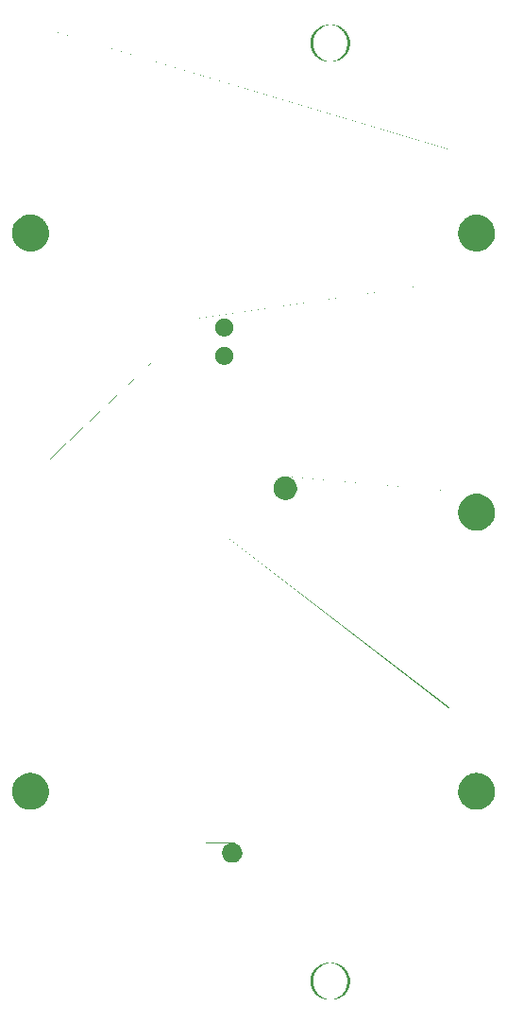
<source format=gbr>
From 0e25682ed73ead8da26ea8659492bd5bce3cfe64 Mon Sep 17 00:00:00 2001
From: jaseg <git@jaseg.net>
Date: Sat, 11 Apr 2020 15:45:32 +0200
Subject: Add gerber export

---
 gerber/remote-B_Mask.gbr | 2408 +++++++++++++++++++++++++++++++---------------
 1 file changed, 1609 insertions(+), 799 deletions(-)

(limited to 'gerber/remote-B_Mask.gbr')

diff --git a/gerber/remote-B_Mask.gbr b/gerber/remote-B_Mask.gbr
index f794410..970b06d 100644
--- a/gerber/remote-B_Mask.gbr
+++ b/gerber/remote-B_Mask.gbr
@@ -1,12 +1,12 @@
 G04 #@! TF.GenerationSoftware,KiCad,Pcbnew,(5.99.0-52-gefbc802f4)*
-G04 #@! TF.CreationDate,2019-10-28T15:02:13+01:00*
+G04 #@! TF.CreationDate,2019-11-04T16:58:43+01:00*
 G04 #@! TF.ProjectId,remote,72656d6f-7465-42e6-9b69-6361645f7063,rev?*
 G04 #@! TF.SameCoordinates,Original*
 G04 #@! TF.FileFunction,Soldermask,Bot*
 G04 #@! TF.FilePolarity,Negative*
 %FSLAX46Y46*%
 G04 Gerber Fmt 4.6, Leading zero omitted, Abs format (unit mm)*
-G04 Created by KiCad (PCBNEW (5.99.0-52-gefbc802f4)) date 2019-10-28 15:02:13*
+G04 Created by KiCad (PCBNEW (5.99.0-52-gefbc802f4)) date 2019-11-04 16:58:43*
 %MOMM*%
 %LPD*%
 G04 APERTURE LIST*
@@ -334,166 +334,166 @@ X155323730Y-159349000D01*
 X155323730Y-159349000D01*
 G37*
 G36*
-X182073730Y-159349000D02*
+X182323730Y-159349000D02*
 G01*
-X182129937Y-159349000D01*
-X182200874Y-159360235D01*
-X182267558Y-159366128D01*
-X182324072Y-159379748D01*
-X182386610Y-159389653D01*
-X182448179Y-159409658D01*
-X182506121Y-159423622D01*
-X182566809Y-159448203D01*
-X182633764Y-159469958D01*
-X182685106Y-159496118D01*
-X182733565Y-159515746D01*
-X182796309Y-159552779D01*
-X182865312Y-159587938D01*
-X182906161Y-159617616D01*
-X182944891Y-159640476D01*
-X183007232Y-159691049D01*
-X183075554Y-159740688D01*
-X183106207Y-159771341D01*
-X183135465Y-159795076D01*
-X183194718Y-159859852D01*
-X183259312Y-159924446D01*
-X183280574Y-159953711D01*
-X183301091Y-159976140D01*
-X183354400Y-160055323D01*
-X183412062Y-160134688D01*
-X183425230Y-160160531D01*
-X183438137Y-160179703D01*
-X183482562Y-160273052D01*
-X183530042Y-160366236D01*
-X183536784Y-160386987D01*
-X183543587Y-160401281D01*
-X183576245Y-160508436D01*
-X183610347Y-160613390D01*
-X183612634Y-160627830D01*
-X183615129Y-160636016D01*
-X183633244Y-160757955D01*
-X183651000Y-160870063D01*
-X183651000Y-161129937D01*
-X183642684Y-161182440D01*
-X183641885Y-161211983D01*
-X183624640Y-161296367D01*
-X183610347Y-161386610D01*
-X183599164Y-161421027D01*
-X183593080Y-161450799D01*
-X183560365Y-161540439D01*
-X183530042Y-161633764D01*
-X183516872Y-161659612D01*
-X183508950Y-161681318D01*
-X183459540Y-161772131D01*
-X183412062Y-161865312D01*
-X183399241Y-161882959D01*
-X183391672Y-161896870D01*
-X183324158Y-161986301D01*
-X183259312Y-162075554D01*
-X183248976Y-162085890D01*
-X183243819Y-162092721D01*
-X183155782Y-162179084D01*
-X183075554Y-162259312D01*
-X183069558Y-162263668D01*
-X183068640Y-162264569D01*
-X182893110Y-162391866D01*
-X182865312Y-162412062D01*
-X182764629Y-162463363D01*
-X182652223Y-162521753D01*
-X182645505Y-162524060D01*
-X182633764Y-162530042D01*
-X182527902Y-162564439D01*
-X182420133Y-162601441D01*
-X182405994Y-162604049D01*
-X182386610Y-162610347D01*
-X182282080Y-162626903D01*
-X182178808Y-162645950D01*
-X182157170Y-162646687D01*
-X182129937Y-162651000D01*
-X182030480Y-162651000D01*
-X181933553Y-162654300D01*
-X181904812Y-162651000D01*
-X181870063Y-162651000D01*
-X181778482Y-162636495D01*
-X181689768Y-162626309D01*
-X181654791Y-162616904D01*
-X181613390Y-162610347D01*
-X181531749Y-162583820D01*
-X181452788Y-162562589D01*
-X181412903Y-162545205D01*
-X181366236Y-162530042D01*
-X181295965Y-162494237D01*
-X181227832Y-162464541D01*
-X181184765Y-162437578D01*
-X181134688Y-162412062D01*
-X181076590Y-162369851D01*
-X181019843Y-162334323D01*
-X180975667Y-162296526D01*
-X180924446Y-162259312D01*
-X180878671Y-162213537D01*
-X180833382Y-162174788D01*
-X180790465Y-162125331D01*
-X180740688Y-162075554D01*
-X180706823Y-162028943D01*
-X180672556Y-161989454D01*
-X180633461Y-161927969D01*
-X180587938Y-161865312D01*
-X180565015Y-161820323D01*
-X180540884Y-161782372D01*
-X180508299Y-161709012D01*
-X180469958Y-161633764D01*
-X180456561Y-161592533D01*
-X180441269Y-161558105D01*
-X180417885Y-161473501D01*
-X180389653Y-161386610D01*
-X180383993Y-161350874D01*
-X180375897Y-161321582D01*
-X180364348Y-161226843D01*
-X180349000Y-161129937D01*
-X180349000Y-161100932D01*
-X180346203Y-161077987D01*
-X180349000Y-160974628D01*
-X180349000Y-160870063D01*
-X180352413Y-160848516D01*
-X180352841Y-160832689D01*
-X180372390Y-160722382D01*
-X180389653Y-160613390D01*
-X180394171Y-160599485D01*
-X180395664Y-160591061D01*
-X180434876Y-160474207D01*
-X180469958Y-160366236D01*
-X180473325Y-160359628D01*
-X180473732Y-160358415D01*
-X180571710Y-160166538D01*
-X180587938Y-160134688D01*
-X180654366Y-160043258D01*
-X180728002Y-159940214D01*
-X180732942Y-159935107D01*
-X180740688Y-159924446D01*
-X180819390Y-159845744D01*
-X180898621Y-159763841D01*
-X180910037Y-159755097D01*
-X180924446Y-159740688D01*
-X181010048Y-159678494D01*
-X181093440Y-159614621D01*
-X181112390Y-159604139D01*
-X181134688Y-159587938D01*
-X181223279Y-159542798D01*
-X181308164Y-159495843D01*
-X181335275Y-159485734D01*
-X181366236Y-159469958D01*
-X181454418Y-159441306D01*
-X181538091Y-159410105D01*
-X181573527Y-159402605D01*
-X181613390Y-159389653D01*
-X181698177Y-159376224D01*
-X181778171Y-159359294D01*
-X181821600Y-159356676D01*
-X181870063Y-159349000D01*
-X181948917Y-159349000D01*
-X182023111Y-159344527D01*
-X182073730Y-159349000D01*
-X182073730Y-159349000D01*
+X182379937Y-159349000D01*
+X182450874Y-159360235D01*
+X182517558Y-159366128D01*
+X182574072Y-159379748D01*
+X182636610Y-159389653D01*
+X182698179Y-159409658D01*
+X182756121Y-159423622D01*
+X182816809Y-159448203D01*
+X182883764Y-159469958D01*
+X182935106Y-159496118D01*
+X182983565Y-159515746D01*
+X183046309Y-159552779D01*
+X183115312Y-159587938D01*
+X183156161Y-159617616D01*
+X183194891Y-159640476D01*
+X183257232Y-159691049D01*
+X183325554Y-159740688D01*
+X183356207Y-159771341D01*
+X183385465Y-159795076D01*
+X183444718Y-159859852D01*
+X183509312Y-159924446D01*
+X183530574Y-159953711D01*
+X183551091Y-159976140D01*
+X183604400Y-160055323D01*
+X183662062Y-160134688D01*
+X183675230Y-160160531D01*
+X183688137Y-160179703D01*
+X183732562Y-160273052D01*
+X183780042Y-160366236D01*
+X183786784Y-160386987D01*
+X183793587Y-160401281D01*
+X183826245Y-160508436D01*
+X183860347Y-160613390D01*
+X183862634Y-160627830D01*
+X183865129Y-160636016D01*
+X183883244Y-160757955D01*
+X183901000Y-160870063D01*
+X183901000Y-161129937D01*
+X183892684Y-161182440D01*
+X183891885Y-161211983D01*
+X183874640Y-161296367D01*
+X183860347Y-161386610D01*
+X183849164Y-161421027D01*
+X183843080Y-161450799D01*
+X183810365Y-161540439D01*
+X183780042Y-161633764D01*
+X183766872Y-161659612D01*
+X183758950Y-161681318D01*
+X183709540Y-161772131D01*
+X183662062Y-161865312D01*
+X183649241Y-161882959D01*
+X183641672Y-161896870D01*
+X183574158Y-161986301D01*
+X183509312Y-162075554D01*
+X183498976Y-162085890D01*
+X183493819Y-162092721D01*
+X183405782Y-162179084D01*
+X183325554Y-162259312D01*
+X183319558Y-162263668D01*
+X183318640Y-162264569D01*
+X183143110Y-162391866D01*
+X183115312Y-162412062D01*
+X183014629Y-162463363D01*
+X182902223Y-162521753D01*
+X182895505Y-162524060D01*
+X182883764Y-162530042D01*
+X182777902Y-162564439D01*
+X182670133Y-162601441D01*
+X182655994Y-162604049D01*
+X182636610Y-162610347D01*
+X182532080Y-162626903D01*
+X182428808Y-162645950D01*
+X182407170Y-162646687D01*
+X182379937Y-162651000D01*
+X182280480Y-162651000D01*
+X182183553Y-162654300D01*
+X182154812Y-162651000D01*
+X182120063Y-162651000D01*
+X182028482Y-162636495D01*
+X181939768Y-162626309D01*
+X181904791Y-162616904D01*
+X181863390Y-162610347D01*
+X181781749Y-162583820D01*
+X181702788Y-162562589D01*
+X181662903Y-162545205D01*
+X181616236Y-162530042D01*
+X181545965Y-162494237D01*
+X181477832Y-162464541D01*
+X181434765Y-162437578D01*
+X181384688Y-162412062D01*
+X181326590Y-162369851D01*
+X181269843Y-162334323D01*
+X181225667Y-162296526D01*
+X181174446Y-162259312D01*
+X181128671Y-162213537D01*
+X181083382Y-162174788D01*
+X181040465Y-162125331D01*
+X180990688Y-162075554D01*
+X180956823Y-162028943D01*
+X180922556Y-161989454D01*
+X180883461Y-161927969D01*
+X180837938Y-161865312D01*
+X180815015Y-161820323D01*
+X180790884Y-161782372D01*
+X180758299Y-161709012D01*
+X180719958Y-161633764D01*
+X180706561Y-161592533D01*
+X180691269Y-161558105D01*
+X180667885Y-161473501D01*
+X180639653Y-161386610D01*
+X180633993Y-161350874D01*
+X180625897Y-161321582D01*
+X180614348Y-161226843D01*
+X180599000Y-161129937D01*
+X180599000Y-161100932D01*
+X180596203Y-161077987D01*
+X180599000Y-160974628D01*
+X180599000Y-160870063D01*
+X180602413Y-160848516D01*
+X180602841Y-160832689D01*
+X180622390Y-160722382D01*
+X180639653Y-160613390D01*
+X180644171Y-160599485D01*
+X180645664Y-160591061D01*
+X180684876Y-160474207D01*
+X180719958Y-160366236D01*
+X180723325Y-160359628D01*
+X180723732Y-160358415D01*
+X180821710Y-160166538D01*
+X180837938Y-160134688D01*
+X180904366Y-160043258D01*
+X180978002Y-159940214D01*
+X180982942Y-159935107D01*
+X180990688Y-159924446D01*
+X181069390Y-159845744D01*
+X181148621Y-159763841D01*
+X181160037Y-159755097D01*
+X181174446Y-159740688D01*
+X181260048Y-159678494D01*
+X181343440Y-159614621D01*
+X181362390Y-159604139D01*
+X181384688Y-159587938D01*
+X181473279Y-159542798D01*
+X181558164Y-159495843D01*
+X181585275Y-159485734D01*
+X181616236Y-159469958D01*
+X181704418Y-159441306D01*
+X181788091Y-159410105D01*
+X181823527Y-159402605D01*
+X181863390Y-159389653D01*
+X181948177Y-159376224D01*
+X182028171Y-159359294D01*
+X182071600Y-159356676D01*
+X182120063Y-159349000D01*
+X182198917Y-159349000D01*
+X182273111Y-159344527D01*
+X182323730Y-159349000D01*
+X182323730Y-159349000D01*
 G37*
 G36*
 X190819899Y-159151959D02*
@@ -1062,127 +1062,6 @@ X169119899Y-148601959D01*
 X169119899Y-148601959D01*
 G37*
 G36*
-X173518360Y-148613835D02*
-G01*
-X173599397Y-148640166D01*
-X173686663Y-148667848D01*
-X173689655Y-148669493D01*
-X173698488Y-148672363D01*
-X173770466Y-148713919D01*
-X173841499Y-148752970D01*
-X173848986Y-148759253D01*
-X173862511Y-148767061D01*
-X173920259Y-148819057D01*
-X173976857Y-148866549D01*
-X173986962Y-148879118D01*
-X174003261Y-148893793D01*
-X174045454Y-148951867D01*
-X174087579Y-149004260D01*
-X174097994Y-149024182D01*
-X174114586Y-149047019D01*
-X174141297Y-149107012D01*
-X174169439Y-149160843D01*
-X174177582Y-149188510D01*
-X174191621Y-149220042D01*
-X174203992Y-149278241D01*
-X174219328Y-149330349D01*
-X174222518Y-149365401D01*
-X174230999Y-149405301D01*
-X174230999Y-149458592D01*
-X174235343Y-149506324D01*
-X174230999Y-149547653D01*
-X174230999Y-149594699D01*
-X174221217Y-149640721D01*
-X174216873Y-149682047D01*
-X174202702Y-149727827D01*
-X174191621Y-149779958D01*
-X174175028Y-149817226D01*
-X174164622Y-149850843D01*
-X174138789Y-149898620D01*
-X174114586Y-149952981D01*
-X174094298Y-149980905D01*
-X174080580Y-150006276D01*
-X174041859Y-150053082D01*
-X174003261Y-150106207D01*
-X173982284Y-150125095D01*
-X173967952Y-150142419D01*
-X173915845Y-150184917D01*
-X173862511Y-150232939D01*
-X173843524Y-150243901D01*
-X173831025Y-150254095D01*
-X173765780Y-150288786D01*
-X173698488Y-150327637D01*
-X173683636Y-150332463D01*
-X173675003Y-150337053D01*
-X173597430Y-150360473D01*
-X173518360Y-150386165D01*
-X173509114Y-150387137D01*
-X173505851Y-150388122D01*
-X173414710Y-150397059D01*
-X173377211Y-150401000D01*
-X173282789Y-150401000D01*
-X173141640Y-150386165D01*
-X173060603Y-150359834D01*
-X172973337Y-150332152D01*
-X172970345Y-150330507D01*
-X172961512Y-150327637D01*
-X172889534Y-150286081D01*
-X172818501Y-150247030D01*
-X172811014Y-150240747D01*
-X172797489Y-150232939D01*
-X172739741Y-150180943D01*
-X172683143Y-150133451D01*
-X172673038Y-150120882D01*
-X172656739Y-150106207D01*
-X172614546Y-150048133D01*
-X172572421Y-149995740D01*
-X172562006Y-149975818D01*
-X172545414Y-149952981D01*
-X172518703Y-149892988D01*
-X172490561Y-149839157D01*
-X172482418Y-149811490D01*
-X172468379Y-149779958D01*
-X172456008Y-149721759D01*
-X172440672Y-149669651D01*
-X172437482Y-149634599D01*
-X172429001Y-149594699D01*
-X172429001Y-149541408D01*
-X172424657Y-149493676D01*
-X172429001Y-149452347D01*
-X172429001Y-149405301D01*
-X172438783Y-149359279D01*
-X172443127Y-149317953D01*
-X172457298Y-149272173D01*
-X172468379Y-149220042D01*
-X172484972Y-149182774D01*
-X172495378Y-149149157D01*
-X172521211Y-149101380D01*
-X172545414Y-149047019D01*
-X172565702Y-149019095D01*
-X172579420Y-148993724D01*
-X172618141Y-148946918D01*
-X172656739Y-148893793D01*
-X172677716Y-148874905D01*
-X172692048Y-148857581D01*
-X172744155Y-148815083D01*
-X172797489Y-148767061D01*
-X172816476Y-148756099D01*
-X172828975Y-148745905D01*
-X172894220Y-148711214D01*
-X172961512Y-148672363D01*
-X172976364Y-148667537D01*
-X172984997Y-148662947D01*
-X173062570Y-148639527D01*
-X173141640Y-148613835D01*
-X173150886Y-148612863D01*
-X173154149Y-148611878D01*
-X173245290Y-148602941D01*
-X173282789Y-148599000D01*
-X173377211Y-148599000D01*
-X173518360Y-148613835D01*
-X173518360Y-148613835D01*
-G37*
-G36*
 X170978360Y-148613835D02*
 G01*
 X171059397Y-148640166D01*
@@ -1425,6 +1304,451 @@ X176058360Y-148613835D01*
 X176058360Y-148613835D01*
 G37*
 G36*
+X173518360Y-148613835D02*
+G01*
+X173599397Y-148640166D01*
+X173686663Y-148667848D01*
+X173689655Y-148669493D01*
+X173698488Y-148672363D01*
+X173770466Y-148713919D01*
+X173841499Y-148752970D01*
+X173848986Y-148759253D01*
+X173862511Y-148767061D01*
+X173920259Y-148819057D01*
+X173976857Y-148866549D01*
+X173986962Y-148879118D01*
+X174003261Y-148893793D01*
+X174045454Y-148951867D01*
+X174087579Y-149004260D01*
+X174097994Y-149024182D01*
+X174114586Y-149047019D01*
+X174141297Y-149107012D01*
+X174169439Y-149160843D01*
+X174177582Y-149188510D01*
+X174191621Y-149220042D01*
+X174203992Y-149278241D01*
+X174219328Y-149330349D01*
+X174222518Y-149365401D01*
+X174230999Y-149405301D01*
+X174230999Y-149458592D01*
+X174235343Y-149506324D01*
+X174230999Y-149547653D01*
+X174230999Y-149594699D01*
+X174221217Y-149640721D01*
+X174216873Y-149682047D01*
+X174202702Y-149727827D01*
+X174191621Y-149779958D01*
+X174175028Y-149817226D01*
+X174164622Y-149850843D01*
+X174138789Y-149898620D01*
+X174114586Y-149952981D01*
+X174094298Y-149980905D01*
+X174080580Y-150006276D01*
+X174041859Y-150053082D01*
+X174003261Y-150106207D01*
+X173982284Y-150125095D01*
+X173967952Y-150142419D01*
+X173915845Y-150184917D01*
+X173862511Y-150232939D01*
+X173843524Y-150243901D01*
+X173831025Y-150254095D01*
+X173765780Y-150288786D01*
+X173698488Y-150327637D01*
+X173683636Y-150332463D01*
+X173675003Y-150337053D01*
+X173597430Y-150360473D01*
+X173518360Y-150386165D01*
+X173509114Y-150387137D01*
+X173505851Y-150388122D01*
+X173414710Y-150397059D01*
+X173377211Y-150401000D01*
+X173282789Y-150401000D01*
+X173141640Y-150386165D01*
+X173060603Y-150359834D01*
+X172973337Y-150332152D01*
+X172970345Y-150330507D01*
+X172961512Y-150327637D01*
+X172889534Y-150286081D01*
+X172818501Y-150247030D01*
+X172811014Y-150240747D01*
+X172797489Y-150232939D01*
+X172739741Y-150180943D01*
+X172683143Y-150133451D01*
+X172673038Y-150120882D01*
+X172656739Y-150106207D01*
+X172614546Y-150048133D01*
+X172572421Y-149995740D01*
+X172562006Y-149975818D01*
+X172545414Y-149952981D01*
+X172518703Y-149892988D01*
+X172490561Y-149839157D01*
+X172482418Y-149811490D01*
+X172468379Y-149779958D01*
+X172456008Y-149721759D01*
+X172440672Y-149669651D01*
+X172437482Y-149634599D01*
+X172429001Y-149594699D01*
+X172429001Y-149541408D01*
+X172424657Y-149493676D01*
+X172429001Y-149452347D01*
+X172429001Y-149405301D01*
+X172438783Y-149359279D01*
+X172443127Y-149317953D01*
+X172457298Y-149272173D01*
+X172468379Y-149220042D01*
+X172484972Y-149182774D01*
+X172495378Y-149149157D01*
+X172521211Y-149101380D01*
+X172545414Y-149047019D01*
+X172565702Y-149019095D01*
+X172579420Y-148993724D01*
+X172618141Y-148946918D01*
+X172656739Y-148893793D01*
+X172677716Y-148874905D01*
+X172692048Y-148857581D01*
+X172744155Y-148815083D01*
+X172797489Y-148767061D01*
+X172816476Y-148756099D01*
+X172828975Y-148745905D01*
+X172894220Y-148711214D01*
+X172961512Y-148672363D01*
+X172976364Y-148667537D01*
+X172984997Y-148662947D01*
+X173062570Y-148639527D01*
+X173141640Y-148613835D01*
+X173150886Y-148612863D01*
+X173154149Y-148611878D01*
+X173245290Y-148602941D01*
+X173282789Y-148599000D01*
+X173377211Y-148599000D01*
+X173518360Y-148613835D01*
+X173518360Y-148613835D01*
+G37*
+G36*
+X195323730Y-142349000D02*
+G01*
+X195379937Y-142349000D01*
+X195450874Y-142360235D01*
+X195517558Y-142366128D01*
+X195574072Y-142379748D01*
+X195636610Y-142389653D01*
+X195698179Y-142409658D01*
+X195756121Y-142423622D01*
+X195816809Y-142448203D01*
+X195883764Y-142469958D01*
+X195935106Y-142496118D01*
+X195983565Y-142515746D01*
+X196046309Y-142552779D01*
+X196115312Y-142587938D01*
+X196156161Y-142617616D01*
+X196194891Y-142640476D01*
+X196257232Y-142691049D01*
+X196325554Y-142740688D01*
+X196356207Y-142771341D01*
+X196385465Y-142795076D01*
+X196444718Y-142859852D01*
+X196509312Y-142924446D01*
+X196530574Y-142953711D01*
+X196551091Y-142976140D01*
+X196604400Y-143055323D01*
+X196662062Y-143134688D01*
+X196675230Y-143160531D01*
+X196688137Y-143179703D01*
+X196732562Y-143273052D01*
+X196780042Y-143366236D01*
+X196786784Y-143386987D01*
+X196793587Y-143401281D01*
+X196826245Y-143508436D01*
+X196860347Y-143613390D01*
+X196862634Y-143627830D01*
+X196865129Y-143636016D01*
+X196883244Y-143757955D01*
+X196901000Y-143870063D01*
+X196901000Y-144129937D01*
+X196892684Y-144182440D01*
+X196891885Y-144211983D01*
+X196874640Y-144296367D01*
+X196860347Y-144386610D01*
+X196849164Y-144421027D01*
+X196843080Y-144450799D01*
+X196810365Y-144540439D01*
+X196780042Y-144633764D01*
+X196766872Y-144659612D01*
+X196758950Y-144681318D01*
+X196709540Y-144772131D01*
+X196662062Y-144865312D01*
+X196649241Y-144882959D01*
+X196641672Y-144896870D01*
+X196574158Y-144986301D01*
+X196509312Y-145075554D01*
+X196498976Y-145085890D01*
+X196493819Y-145092721D01*
+X196405782Y-145179084D01*
+X196325554Y-145259312D01*
+X196319558Y-145263668D01*
+X196318640Y-145264569D01*
+X196143110Y-145391866D01*
+X196115312Y-145412062D01*
+X196014629Y-145463363D01*
+X195902223Y-145521753D01*
+X195895505Y-145524060D01*
+X195883764Y-145530042D01*
+X195777902Y-145564439D01*
+X195670133Y-145601441D01*
+X195655994Y-145604049D01*
+X195636610Y-145610347D01*
+X195532080Y-145626903D01*
+X195428808Y-145645950D01*
+X195407170Y-145646687D01*
+X195379937Y-145651000D01*
+X195280480Y-145651000D01*
+X195183553Y-145654300D01*
+X195154812Y-145651000D01*
+X195120063Y-145651000D01*
+X195028482Y-145636495D01*
+X194939768Y-145626309D01*
+X194904791Y-145616904D01*
+X194863390Y-145610347D01*
+X194781749Y-145583820D01*
+X194702788Y-145562589D01*
+X194662903Y-145545205D01*
+X194616236Y-145530042D01*
+X194545965Y-145494237D01*
+X194477832Y-145464541D01*
+X194434765Y-145437578D01*
+X194384688Y-145412062D01*
+X194326590Y-145369851D01*
+X194269843Y-145334323D01*
+X194225667Y-145296526D01*
+X194174446Y-145259312D01*
+X194128671Y-145213537D01*
+X194083382Y-145174788D01*
+X194040465Y-145125331D01*
+X193990688Y-145075554D01*
+X193956823Y-145028943D01*
+X193922556Y-144989454D01*
+X193883461Y-144927969D01*
+X193837938Y-144865312D01*
+X193815015Y-144820323D01*
+X193790884Y-144782372D01*
+X193758299Y-144709012D01*
+X193719958Y-144633764D01*
+X193706561Y-144592533D01*
+X193691269Y-144558105D01*
+X193667885Y-144473501D01*
+X193639653Y-144386610D01*
+X193633993Y-144350874D01*
+X193625897Y-144321582D01*
+X193614348Y-144226843D01*
+X193599000Y-144129937D01*
+X193599000Y-144100932D01*
+X193596203Y-144077987D01*
+X193599000Y-143974628D01*
+X193599000Y-143870063D01*
+X193602413Y-143848516D01*
+X193602841Y-143832689D01*
+X193622390Y-143722382D01*
+X193639653Y-143613390D01*
+X193644171Y-143599485D01*
+X193645664Y-143591061D01*
+X193684876Y-143474207D01*
+X193719958Y-143366236D01*
+X193723325Y-143359628D01*
+X193723732Y-143358415D01*
+X193821710Y-143166538D01*
+X193837938Y-143134688D01*
+X193904366Y-143043258D01*
+X193978002Y-142940214D01*
+X193982942Y-142935107D01*
+X193990688Y-142924446D01*
+X194069390Y-142845744D01*
+X194148621Y-142763841D01*
+X194160037Y-142755097D01*
+X194174446Y-142740688D01*
+X194260048Y-142678494D01*
+X194343440Y-142614621D01*
+X194362390Y-142604139D01*
+X194384688Y-142587938D01*
+X194473279Y-142542798D01*
+X194558164Y-142495843D01*
+X194585275Y-142485734D01*
+X194616236Y-142469958D01*
+X194704418Y-142441306D01*
+X194788091Y-142410105D01*
+X194823527Y-142402605D01*
+X194863390Y-142389653D01*
+X194948177Y-142376224D01*
+X195028171Y-142359294D01*
+X195071600Y-142356676D01*
+X195120063Y-142349000D01*
+X195198917Y-142349000D01*
+X195273111Y-142344527D01*
+X195323730Y-142349000D01*
+X195323730Y-142349000D01*
+G37*
+G36*
+X155323730Y-142349000D02*
+G01*
+X155379937Y-142349000D01*
+X155450874Y-142360235D01*
+X155517558Y-142366128D01*
+X155574072Y-142379748D01*
+X155636610Y-142389653D01*
+X155698179Y-142409658D01*
+X155756121Y-142423622D01*
+X155816809Y-142448203D01*
+X155883764Y-142469958D01*
+X155935106Y-142496118D01*
+X155983565Y-142515746D01*
+X156046309Y-142552779D01*
+X156115312Y-142587938D01*
+X156156161Y-142617616D01*
+X156194891Y-142640476D01*
+X156257232Y-142691049D01*
+X156325554Y-142740688D01*
+X156356207Y-142771341D01*
+X156385465Y-142795076D01*
+X156444718Y-142859852D01*
+X156509312Y-142924446D01*
+X156530574Y-142953711D01*
+X156551091Y-142976140D01*
+X156604400Y-143055323D01*
+X156662062Y-143134688D01*
+X156675230Y-143160531D01*
+X156688137Y-143179703D01*
+X156732562Y-143273052D01*
+X156780042Y-143366236D01*
+X156786784Y-143386987D01*
+X156793587Y-143401281D01*
+X156826245Y-143508436D01*
+X156860347Y-143613390D01*
+X156862634Y-143627830D01*
+X156865129Y-143636016D01*
+X156883244Y-143757955D01*
+X156901000Y-143870063D01*
+X156901000Y-144129937D01*
+X156892684Y-144182440D01*
+X156891885Y-144211983D01*
+X156874640Y-144296367D01*
+X156860347Y-144386610D01*
+X156849164Y-144421027D01*
+X156843080Y-144450799D01*
+X156810365Y-144540439D01*
+X156780042Y-144633764D01*
+X156766872Y-144659612D01*
+X156758950Y-144681318D01*
+X156709540Y-144772131D01*
+X156662062Y-144865312D01*
+X156649241Y-144882959D01*
+X156641672Y-144896870D01*
+X156574158Y-144986301D01*
+X156509312Y-145075554D01*
+X156498976Y-145085890D01*
+X156493819Y-145092721D01*
+X156405782Y-145179084D01*
+X156325554Y-145259312D01*
+X156319558Y-145263668D01*
+X156318640Y-145264569D01*
+X156143110Y-145391866D01*
+X156115312Y-145412062D01*
+X156014629Y-145463363D01*
+X155902223Y-145521753D01*
+X155895505Y-145524060D01*
+X155883764Y-145530042D01*
+X155777902Y-145564439D01*
+X155670133Y-145601441D01*
+X155655994Y-145604049D01*
+X155636610Y-145610347D01*
+X155532080Y-145626903D01*
+X155428808Y-145645950D01*
+X155407170Y-145646687D01*
+X155379937Y-145651000D01*
+X155280480Y-145651000D01*
+X155183553Y-145654300D01*
+X155154812Y-145651000D01*
+X155120063Y-145651000D01*
+X155028482Y-145636495D01*
+X154939768Y-145626309D01*
+X154904791Y-145616904D01*
+X154863390Y-145610347D01*
+X154781749Y-145583820D01*
+X154702788Y-145562589D01*
+X154662903Y-145545205D01*
+X154616236Y-145530042D01*
+X154545965Y-145494237D01*
+X154477832Y-145464541D01*
+X154434765Y-145437578D01*
+X154384688Y-145412062D01*
+X154326590Y-145369851D01*
+X154269843Y-145334323D01*
+X154225667Y-145296526D01*
+X154174446Y-145259312D01*
+X154128671Y-145213537D01*
+X154083382Y-145174788D01*
+X154040465Y-145125331D01*
+X153990688Y-145075554D01*
+X153956823Y-145028943D01*
+X153922556Y-144989454D01*
+X153883461Y-144927969D01*
+X153837938Y-144865312D01*
+X153815015Y-144820323D01*
+X153790884Y-144782372D01*
+X153758299Y-144709012D01*
+X153719958Y-144633764D01*
+X153706561Y-144592533D01*
+X153691269Y-144558105D01*
+X153667885Y-144473501D01*
+X153639653Y-144386610D01*
+X153633993Y-144350874D01*
+X153625897Y-144321582D01*
+X153614348Y-144226843D01*
+X153599000Y-144129937D01*
+X153599000Y-144100932D01*
+X153596203Y-144077987D01*
+X153599000Y-143974628D01*
+X153599000Y-143870063D01*
+X153602413Y-143848516D01*
+X153602841Y-143832689D01*
+X153622390Y-143722382D01*
+X153639653Y-143613390D01*
+X153644171Y-143599485D01*
+X153645664Y-143591061D01*
+X153684876Y-143474207D01*
+X153719958Y-143366236D01*
+X153723325Y-143359628D01*
+X153723732Y-143358415D01*
+X153821710Y-143166538D01*
+X153837938Y-143134688D01*
+X153904366Y-143043258D01*
+X153978002Y-142940214D01*
+X153982942Y-142935107D01*
+X153990688Y-142924446D01*
+X154069390Y-142845744D01*
+X154148621Y-142763841D01*
+X154160037Y-142755097D01*
+X154174446Y-142740688D01*
+X154260048Y-142678494D01*
+X154343440Y-142614621D01*
+X154362390Y-142604139D01*
+X154384688Y-142587938D01*
+X154473279Y-142542798D01*
+X154558164Y-142495843D01*
+X154585275Y-142485734D01*
+X154616236Y-142469958D01*
+X154704418Y-142441306D01*
+X154788091Y-142410105D01*
+X154823527Y-142402605D01*
+X154863390Y-142389653D01*
+X154948177Y-142376224D01*
+X155028171Y-142359294D01*
+X155071600Y-142356676D01*
+X155120063Y-142349000D01*
+X155198917Y-142349000D01*
+X155273111Y-142344527D01*
+X155323730Y-142349000D01*
+X155323730Y-142349000D01*
+G37*
+G36*
 X192724870Y-136517503D02*
 G01*
 X192780587Y-136515557D01*
@@ -2706,134 +3030,166 @@ X171659591Y-120299345D01*
 X171659591Y-120299345D01*
 G37*
 G36*
-X178159591Y-115799345D02*
+X195323730Y-117349000D02*
 G01*
-X178210391Y-115799700D01*
-X178261051Y-115810099D01*
-X178306828Y-115814951D01*
-X178356287Y-115829648D01*
-X178412293Y-115841145D01*
-X178454069Y-115858706D01*
-X178491981Y-115869972D01*
-X178543722Y-115896392D01*
-X178602300Y-115921016D01*
-X178634564Y-115942779D01*
-X178664015Y-115957817D01*
-X178715254Y-115997205D01*
-X178773174Y-116036273D01*
-X178796070Y-116059330D01*
-X178817158Y-116075540D01*
-X178864764Y-116128504D01*
-X178918407Y-116182523D01*
-X178932831Y-116204233D01*
-X178946284Y-116219200D01*
-X178986922Y-116285646D01*
-X179032468Y-116354198D01*
-X179039950Y-116372350D01*
-X179047065Y-116383984D01*
-X179077378Y-116463158D01*
-X179111011Y-116544758D01*
-X179113572Y-116557693D01*
-X179116132Y-116564379D01*
-X179132931Y-116655461D01*
-X179151045Y-116746944D01*
-X179147757Y-116982363D01*
-X179144234Y-116997869D01*
-X179144069Y-117003973D01*
-X179122745Y-117092453D01*
-X179102094Y-117183352D01*
-X179099358Y-117189497D01*
-X179099199Y-117190157D01*
-X179041914Y-117318518D01*
-X179018261Y-117371645D01*
-X178964257Y-117448200D01*
-X178910932Y-117525643D01*
-X178906520Y-117530048D01*
-X178899451Y-117540068D01*
-X178834969Y-117601474D01*
-X178774227Y-117662109D01*
-X178763742Y-117669302D01*
-X178750191Y-117682206D01*
-X178679960Y-117726776D01*
-X178614942Y-117771378D01*
-X178597400Y-117779170D01*
-X178576165Y-117792646D01*
-X178504347Y-117820503D01*
-X178438410Y-117849791D01*
-X178413446Y-117855761D01*
-X178384002Y-117867182D01*
-X178314304Y-117879471D01*
-X178250543Y-117894720D01*
-X178218438Y-117896375D01*
-X178181022Y-117902972D01*
-X178116608Y-117901623D01*
-X178057641Y-117904662D01*
-X178019342Y-117899586D01*
-X177974955Y-117898656D01*
-X177918223Y-117886183D01*
-X177866152Y-117879281D01*
-X177823267Y-117865306D01*
-X177773652Y-117854397D01*
-X177726265Y-117833694D01*
-X177682498Y-117819431D01*
-X177637176Y-117794772D01*
-X177584779Y-117771880D01*
-X177547565Y-117746016D01*
-X177512825Y-117727114D01*
-X177467703Y-117690510D01*
-X177415530Y-117654249D01*
-X177388502Y-117626260D01*
-X177362814Y-117605422D01*
-X177320877Y-117556233D01*
-X177272353Y-117505985D01*
-X177254751Y-117478672D01*
-X177237495Y-117458432D01*
-X177201942Y-117396728D01*
-X177160701Y-117332734D01*
-X177151105Y-117308498D01*
-X177141060Y-117291064D01*
-X177115127Y-117217628D01*
-X177084826Y-117141096D01*
-X177081282Y-117121785D01*
-X177076739Y-117108921D01*
-X177063546Y-117025152D01*
-X177047619Y-116938371D01*
-X177047803Y-116925188D01*
-X177046689Y-116918114D01*
-X177049196Y-116825460D01*
-X177050497Y-116732279D01*
-X177051895Y-116725703D01*
-X177051913Y-116725026D01*
-X177081406Y-116586863D01*
-X177093350Y-116530672D01*
-X177130226Y-116444635D01*
-X177166315Y-116357722D01*
-X177169718Y-116352492D01*
-X177174546Y-116341227D01*
-X177224828Y-116267791D01*
-X177271658Y-116195818D01*
-X177280423Y-116186598D01*
-X177290992Y-116171162D01*
-X177350409Y-116112977D01*
-X177404745Y-116055818D01*
-X177420286Y-116044547D01*
-X177438253Y-116026953D01*
-X177502701Y-115984780D01*
-X177561118Y-115942415D01*
-X177584301Y-115931382D01*
-X177610720Y-115914094D01*
-X177676316Y-115887591D01*
-X177735532Y-115859410D01*
-X177766596Y-115851116D01*
-X177801823Y-115836883D01*
-X177865128Y-115824807D01*
-X177922159Y-115809579D01*
-X177960663Y-115806582D01*
-X178004284Y-115798261D01*
-X178062370Y-115798667D01*
-X178114735Y-115794591D01*
-X178159591Y-115799345D01*
-X178159591Y-115799345D01*
+X195379937Y-117349000D01*
+X195450874Y-117360235D01*
+X195517558Y-117366128D01*
+X195574072Y-117379748D01*
+X195636610Y-117389653D01*
+X195698179Y-117409658D01*
+X195756121Y-117423622D01*
+X195816809Y-117448203D01*
+X195883764Y-117469958D01*
+X195935106Y-117496118D01*
+X195983565Y-117515746D01*
+X196046309Y-117552779D01*
+X196115312Y-117587938D01*
+X196156161Y-117617616D01*
+X196194891Y-117640476D01*
+X196257232Y-117691049D01*
+X196325554Y-117740688D01*
+X196356207Y-117771341D01*
+X196385465Y-117795076D01*
+X196444718Y-117859852D01*
+X196509312Y-117924446D01*
+X196530574Y-117953711D01*
+X196551091Y-117976140D01*
+X196604400Y-118055323D01*
+X196662062Y-118134688D01*
+X196675230Y-118160531D01*
+X196688137Y-118179703D01*
+X196732562Y-118273052D01*
+X196780042Y-118366236D01*
+X196786784Y-118386987D01*
+X196793587Y-118401281D01*
+X196826245Y-118508436D01*
+X196860347Y-118613390D01*
+X196862634Y-118627830D01*
+X196865129Y-118636016D01*
+X196883244Y-118757955D01*
+X196901000Y-118870063D01*
+X196901000Y-119129937D01*
+X196892684Y-119182440D01*
+X196891885Y-119211983D01*
+X196874640Y-119296367D01*
+X196860347Y-119386610D01*
+X196849164Y-119421027D01*
+X196843080Y-119450799D01*
+X196810365Y-119540439D01*
+X196780042Y-119633764D01*
+X196766872Y-119659612D01*
+X196758950Y-119681318D01*
+X196709540Y-119772131D01*
+X196662062Y-119865312D01*
+X196649241Y-119882959D01*
+X196641672Y-119896870D01*
+X196574158Y-119986301D01*
+X196509312Y-120075554D01*
+X196498976Y-120085890D01*
+X196493819Y-120092721D01*
+X196405782Y-120179084D01*
+X196325554Y-120259312D01*
+X196319558Y-120263668D01*
+X196318640Y-120264569D01*
+X196143110Y-120391866D01*
+X196115312Y-120412062D01*
+X196014629Y-120463363D01*
+X195902223Y-120521753D01*
+X195895505Y-120524060D01*
+X195883764Y-120530042D01*
+X195777902Y-120564439D01*
+X195670133Y-120601441D01*
+X195655994Y-120604049D01*
+X195636610Y-120610347D01*
+X195532080Y-120626903D01*
+X195428808Y-120645950D01*
+X195407170Y-120646687D01*
+X195379937Y-120651000D01*
+X195280480Y-120651000D01*
+X195183553Y-120654300D01*
+X195154812Y-120651000D01*
+X195120063Y-120651000D01*
+X195028482Y-120636495D01*
+X194939768Y-120626309D01*
+X194904791Y-120616904D01*
+X194863390Y-120610347D01*
+X194781749Y-120583820D01*
+X194702788Y-120562589D01*
+X194662903Y-120545205D01*
+X194616236Y-120530042D01*
+X194545965Y-120494237D01*
+X194477832Y-120464541D01*
+X194434765Y-120437578D01*
+X194384688Y-120412062D01*
+X194326590Y-120369851D01*
+X194269843Y-120334323D01*
+X194225667Y-120296526D01*
+X194174446Y-120259312D01*
+X194128671Y-120213537D01*
+X194083382Y-120174788D01*
+X194040465Y-120125331D01*
+X193990688Y-120075554D01*
+X193956823Y-120028943D01*
+X193922556Y-119989454D01*
+X193883461Y-119927969D01*
+X193837938Y-119865312D01*
+X193815015Y-119820323D01*
+X193790884Y-119782372D01*
+X193758299Y-119709012D01*
+X193719958Y-119633764D01*
+X193706561Y-119592533D01*
+X193691269Y-119558105D01*
+X193667885Y-119473501D01*
+X193639653Y-119386610D01*
+X193633993Y-119350874D01*
+X193625897Y-119321582D01*
+X193614348Y-119226843D01*
+X193599000Y-119129937D01*
+X193599000Y-119100932D01*
+X193596203Y-119077987D01*
+X193599000Y-118974628D01*
+X193599000Y-118870063D01*
+X193602413Y-118848516D01*
+X193602841Y-118832689D01*
+X193622390Y-118722382D01*
+X193639653Y-118613390D01*
+X193644171Y-118599485D01*
+X193645664Y-118591061D01*
+X193684876Y-118474207D01*
+X193719958Y-118366236D01*
+X193723325Y-118359628D01*
+X193723732Y-118358415D01*
+X193821710Y-118166538D01*
+X193837938Y-118134688D01*
+X193904366Y-118043258D01*
+X193978002Y-117940214D01*
+X193982942Y-117935107D01*
+X193990688Y-117924446D01*
+X194069390Y-117845744D01*
+X194148621Y-117763841D01*
+X194160037Y-117755097D01*
+X194174446Y-117740688D01*
+X194260048Y-117678494D01*
+X194343440Y-117614621D01*
+X194362390Y-117604139D01*
+X194384688Y-117587938D01*
+X194473279Y-117542798D01*
+X194558164Y-117495843D01*
+X194585275Y-117485734D01*
+X194616236Y-117469958D01*
+X194704418Y-117441306D01*
+X194788091Y-117410105D01*
+X194823527Y-117402605D01*
+X194863390Y-117389653D01*
+X194948177Y-117376224D01*
+X195028171Y-117359294D01*
+X195071600Y-117356676D01*
+X195120063Y-117349000D01*
+X195198917Y-117349000D01*
+X195273111Y-117344527D01*
+X195323730Y-117349000D01*
+X195323730Y-117349000D01*
 G37*
 G36*
 X171659591Y-115799345D02*
@@ -2966,6 +3322,136 @@ X171659591Y-115799345D01*
 X171659591Y-115799345D01*
 G37*
 G36*
+X178159591Y-115799345D02*
+G01*
+X178210391Y-115799700D01*
+X178261051Y-115810099D01*
+X178306828Y-115814951D01*
+X178356287Y-115829648D01*
+X178412293Y-115841145D01*
+X178454069Y-115858706D01*
+X178491981Y-115869972D01*
+X178543722Y-115896392D01*
+X178602300Y-115921016D01*
+X178634564Y-115942779D01*
+X178664015Y-115957817D01*
+X178715254Y-115997205D01*
+X178773174Y-116036273D01*
+X178796070Y-116059330D01*
+X178817158Y-116075540D01*
+X178864764Y-116128504D01*
+X178918407Y-116182523D01*
+X178932831Y-116204233D01*
+X178946284Y-116219200D01*
+X178986922Y-116285646D01*
+X179032468Y-116354198D01*
+X179039950Y-116372350D01*
+X179047065Y-116383984D01*
+X179077378Y-116463158D01*
+X179111011Y-116544758D01*
+X179113572Y-116557693D01*
+X179116132Y-116564379D01*
+X179132931Y-116655461D01*
+X179151045Y-116746944D01*
+X179147757Y-116982363D01*
+X179144234Y-116997869D01*
+X179144069Y-117003973D01*
+X179122745Y-117092453D01*
+X179102094Y-117183352D01*
+X179099358Y-117189497D01*
+X179099199Y-117190157D01*
+X179041914Y-117318518D01*
+X179018261Y-117371645D01*
+X178964257Y-117448200D01*
+X178910932Y-117525643D01*
+X178906520Y-117530048D01*
+X178899451Y-117540068D01*
+X178834969Y-117601474D01*
+X178774227Y-117662109D01*
+X178763742Y-117669302D01*
+X178750191Y-117682206D01*
+X178679960Y-117726776D01*
+X178614942Y-117771378D01*
+X178597400Y-117779170D01*
+X178576165Y-117792646D01*
+X178504347Y-117820503D01*
+X178438410Y-117849791D01*
+X178413446Y-117855761D01*
+X178384002Y-117867182D01*
+X178314304Y-117879471D01*
+X178250543Y-117894720D01*
+X178218438Y-117896375D01*
+X178181022Y-117902972D01*
+X178116608Y-117901623D01*
+X178057641Y-117904662D01*
+X178019342Y-117899586D01*
+X177974955Y-117898656D01*
+X177918223Y-117886183D01*
+X177866152Y-117879281D01*
+X177823267Y-117865306D01*
+X177773652Y-117854397D01*
+X177726265Y-117833694D01*
+X177682498Y-117819431D01*
+X177637176Y-117794772D01*
+X177584779Y-117771880D01*
+X177547565Y-117746016D01*
+X177512825Y-117727114D01*
+X177467703Y-117690510D01*
+X177415530Y-117654249D01*
+X177388502Y-117626260D01*
+X177362814Y-117605422D01*
+X177320877Y-117556233D01*
+X177272353Y-117505985D01*
+X177254751Y-117478672D01*
+X177237495Y-117458432D01*
+X177201942Y-117396728D01*
+X177160701Y-117332734D01*
+X177151105Y-117308498D01*
+X177141060Y-117291064D01*
+X177115127Y-117217628D01*
+X177084826Y-117141096D01*
+X177081282Y-117121785D01*
+X177076739Y-117108921D01*
+X177063546Y-117025152D01*
+X177047619Y-116938371D01*
+X177047803Y-116925188D01*
+X177046689Y-116918114D01*
+X177049196Y-116825460D01*
+X177050497Y-116732279D01*
+X177051895Y-116725703D01*
+X177051913Y-116725026D01*
+X177081406Y-116586863D01*
+X177093350Y-116530672D01*
+X177130226Y-116444635D01*
+X177166315Y-116357722D01*
+X177169718Y-116352492D01*
+X177174546Y-116341227D01*
+X177224828Y-116267791D01*
+X177271658Y-116195818D01*
+X177280423Y-116186598D01*
+X177290992Y-116171162D01*
+X177350409Y-116112977D01*
+X177404745Y-116055818D01*
+X177420286Y-116044547D01*
+X177438253Y-116026953D01*
+X177502701Y-115984780D01*
+X177561118Y-115942415D01*
+X177584301Y-115931382D01*
+X177610720Y-115914094D01*
+X177676316Y-115887591D01*
+X177735532Y-115859410D01*
+X177766596Y-115851116D01*
+X177801823Y-115836883D01*
+X177865128Y-115824807D01*
+X177922159Y-115809579D01*
+X177960663Y-115806582D01*
+X178004284Y-115798261D01*
+X178062370Y-115798667D01*
+X178114735Y-115794591D01*
+X178159591Y-115799345D01*
+X178159591Y-115799345D01*
+G37*
+G36*
 X156909591Y-114324345D02*
 G01*
 X156960391Y-114324700D01*
@@ -3826,122 +4312,7 @@ X167584971Y-104187249D01*
 X167584971Y-104187249D01*
 G37*
 G36*
-X172664971Y-104187249D02*
-G01*
-X172716871Y-104187611D01*
-X172756215Y-104196839D01*
-X172789962Y-104200386D01*
-X172838296Y-104216091D01*
-X172894448Y-104229261D01*
-X172925616Y-104244463D01*
-X172952500Y-104253198D01*
-X173001344Y-104281398D01*
-X173058383Y-104309218D01*
-X173080933Y-104327348D01*
-X173100499Y-104338645D01*
-X173146517Y-104380080D01*
-X173200531Y-104423508D01*
-X173214940Y-104441687D01*
-X173227506Y-104453002D01*
-X173267093Y-104507489D01*
-X173313825Y-104566450D01*
-X173321365Y-104582188D01*
-X173327956Y-104591259D01*
-X173357434Y-104657468D01*
-X173392636Y-104730940D01*
-X173395231Y-104742363D01*
-X173397468Y-104747387D01*
-X173413374Y-104822220D01*
-X173433045Y-104908802D01*
-X173432967Y-104914397D01*
-X173432999Y-104914548D01*
-X173432999Y-105085452D01*
-X173430409Y-105097639D01*
-X173430182Y-105113864D01*
-X173411465Y-105186760D01*
-X173397468Y-105252613D01*
-X173390592Y-105268058D01*
-X173384822Y-105290529D01*
-X173353142Y-105352172D01*
-X173327956Y-105408741D01*
-X173314675Y-105427020D01*
-X173301450Y-105452754D01*
-X173260661Y-105501364D01*
-X173227506Y-105546998D01*
-X173206496Y-105565916D01*
-X173184208Y-105592477D01*
-X173138271Y-105627345D01*
-X173100499Y-105661355D01*
-X173071113Y-105678321D01*
-X173038925Y-105702753D01*
-X172991659Y-105724194D01*
-X172952500Y-105746802D01*
-X172914852Y-105759035D01*
-X172872820Y-105778101D01*
-X172827610Y-105787381D01*
-X172789962Y-105799614D01*
-X172744993Y-105804341D01*
-X172694151Y-105814777D01*
-X172653750Y-105813931D01*
-X172620000Y-105817478D01*
-X172569448Y-105812165D01*
-X172511795Y-105810957D01*
-X172478152Y-105802569D01*
-X172450038Y-105799614D01*
-X172396402Y-105782186D01*
-X172334818Y-105766832D01*
-X172308985Y-105753783D01*
-X172287500Y-105746802D01*
-X172233882Y-105715845D01*
-X172172014Y-105684594D01*
-X172154138Y-105669806D01*
-X172139501Y-105661355D01*
-X172089478Y-105616315D01*
-X172031476Y-105568331D01*
-X172020822Y-105554497D01*
-X172012494Y-105546998D01*
-X171969898Y-105488369D01*
-X171920189Y-105423821D01*
-X171915278Y-105413192D01*
-X171912044Y-105408741D01*
-X171880920Y-105338834D01*
-X171843683Y-105258246D01*
-X171805761Y-105079837D01*
-X171807001Y-104991012D01*
-X171807001Y-104914548D01*
-X171808143Y-104909173D01*
-X171808307Y-104897459D01*
-X171827469Y-104818253D01*
-X171842532Y-104747387D01*
-X171847090Y-104737149D01*
-X171851196Y-104720178D01*
-X171884660Y-104652766D01*
-X171912044Y-104591259D01*
-X171921982Y-104577581D01*
-X171932295Y-104556805D01*
-X171976093Y-104503103D01*
-X172012494Y-104453002D01*
-X172029286Y-104437883D01*
-X172047575Y-104415458D01*
-X172097586Y-104376385D01*
-X172139501Y-104338645D01*
-X172163983Y-104324510D01*
-X172191304Y-104303165D01*
-X172243480Y-104278613D01*
-X172287500Y-104253198D01*
-X172319775Y-104242711D01*
-X172356340Y-104225505D01*
-X172407032Y-104214360D01*
-X172450038Y-104200386D01*
-X172489408Y-104196248D01*
-X172534481Y-104186338D01*
-X172580629Y-104186660D01*
-X172620000Y-104182522D01*
-X172664971Y-104187249D01*
-X172664971Y-104187249D01*
-G37*
-G36*
-X170124971Y-104187249D02*
+X170124971Y-104187249D02*
 G01*
 X170176871Y-104187611D01*
 X170216215Y-104196839D01*
@@ -4056,6 +4427,121 @@ X170124971Y-104187249D01*
 X170124971Y-104187249D01*
 G37*
 G36*
+X172664971Y-104187249D02*
+G01*
+X172716871Y-104187611D01*
+X172756215Y-104196839D01*
+X172789962Y-104200386D01*
+X172838296Y-104216091D01*
+X172894448Y-104229261D01*
+X172925616Y-104244463D01*
+X172952500Y-104253198D01*
+X173001344Y-104281398D01*
+X173058383Y-104309218D01*
+X173080933Y-104327348D01*
+X173100499Y-104338645D01*
+X173146517Y-104380080D01*
+X173200531Y-104423508D01*
+X173214940Y-104441687D01*
+X173227506Y-104453002D01*
+X173267093Y-104507489D01*
+X173313825Y-104566450D01*
+X173321365Y-104582188D01*
+X173327956Y-104591259D01*
+X173357434Y-104657468D01*
+X173392636Y-104730940D01*
+X173395231Y-104742363D01*
+X173397468Y-104747387D01*
+X173413374Y-104822220D01*
+X173433045Y-104908802D01*
+X173432967Y-104914397D01*
+X173432999Y-104914548D01*
+X173432999Y-105085452D01*
+X173430409Y-105097639D01*
+X173430182Y-105113864D01*
+X173411465Y-105186760D01*
+X173397468Y-105252613D01*
+X173390592Y-105268058D01*
+X173384822Y-105290529D01*
+X173353142Y-105352172D01*
+X173327956Y-105408741D01*
+X173314675Y-105427020D01*
+X173301450Y-105452754D01*
+X173260661Y-105501364D01*
+X173227506Y-105546998D01*
+X173206496Y-105565916D01*
+X173184208Y-105592477D01*
+X173138271Y-105627345D01*
+X173100499Y-105661355D01*
+X173071113Y-105678321D01*
+X173038925Y-105702753D01*
+X172991659Y-105724194D01*
+X172952500Y-105746802D01*
+X172914852Y-105759035D01*
+X172872820Y-105778101D01*
+X172827610Y-105787381D01*
+X172789962Y-105799614D01*
+X172744993Y-105804341D01*
+X172694151Y-105814777D01*
+X172653750Y-105813931D01*
+X172620000Y-105817478D01*
+X172569448Y-105812165D01*
+X172511795Y-105810957D01*
+X172478152Y-105802569D01*
+X172450038Y-105799614D01*
+X172396402Y-105782186D01*
+X172334818Y-105766832D01*
+X172308985Y-105753783D01*
+X172287500Y-105746802D01*
+X172233882Y-105715845D01*
+X172172014Y-105684594D01*
+X172154138Y-105669806D01*
+X172139501Y-105661355D01*
+X172089478Y-105616315D01*
+X172031476Y-105568331D01*
+X172020822Y-105554497D01*
+X172012494Y-105546998D01*
+X171969898Y-105488369D01*
+X171920189Y-105423821D01*
+X171915278Y-105413192D01*
+X171912044Y-105408741D01*
+X171880920Y-105338834D01*
+X171843683Y-105258246D01*
+X171805761Y-105079837D01*
+X171807001Y-104991012D01*
+X171807001Y-104914548D01*
+X171808143Y-104909173D01*
+X171808307Y-104897459D01*
+X171827469Y-104818253D01*
+X171842532Y-104747387D01*
+X171847090Y-104737149D01*
+X171851196Y-104720178D01*
+X171884660Y-104652766D01*
+X171912044Y-104591259D01*
+X171921982Y-104577581D01*
+X171932295Y-104556805D01*
+X171976093Y-104503103D01*
+X172012494Y-104453002D01*
+X172029286Y-104437883D01*
+X172047575Y-104415458D01*
+X172097586Y-104376385D01*
+X172139501Y-104338645D01*
+X172163983Y-104324510D01*
+X172191304Y-104303165D01*
+X172243480Y-104278613D01*
+X172287500Y-104253198D01*
+X172319775Y-104242711D01*
+X172356340Y-104225505D01*
+X172407032Y-104214360D01*
+X172450038Y-104200386D01*
+X172489408Y-104196248D01*
+X172534481Y-104186338D01*
+X172580629Y-104186660D01*
+X172620000Y-104182522D01*
+X172664971Y-104187249D01*
+X172664971Y-104187249D01*
+G37*
+G36*
 X165781899Y-104189959D02*
 G01*
 X165798769Y-104201231D01*
@@ -4201,121 +4687,6 @@ X190002976Y-102147826D01*
 X190002976Y-102147826D01*
 G37*
 G36*
-X172664971Y-101647249D02*
-G01*
-X172716871Y-101647611D01*
-X172756215Y-101656839D01*
-X172789962Y-101660386D01*
-X172838296Y-101676091D01*
-X172894448Y-101689261D01*
-X172925616Y-101704463D01*
-X172952500Y-101713198D01*
-X173001344Y-101741398D01*
-X173058383Y-101769218D01*
-X173080933Y-101787348D01*
-X173100499Y-101798645D01*
-X173146517Y-101840080D01*
-X173200531Y-101883508D01*
-X173214940Y-101901687D01*
-X173227506Y-101913002D01*
-X173267093Y-101967489D01*
-X173313825Y-102026450D01*
-X173321365Y-102042188D01*
-X173327956Y-102051259D01*
-X173357434Y-102117468D01*
-X173392636Y-102190940D01*
-X173395231Y-102202363D01*
-X173397468Y-102207387D01*
-X173413374Y-102282220D01*
-X173433045Y-102368802D01*
-X173432967Y-102374397D01*
-X173432999Y-102374548D01*
-X173432999Y-102545452D01*
-X173430409Y-102557639D01*
-X173430182Y-102573864D01*
-X173411465Y-102646760D01*
-X173397468Y-102712613D01*
-X173390592Y-102728058D01*
-X173384822Y-102750529D01*
-X173353142Y-102812172D01*
-X173327956Y-102868741D01*
-X173314675Y-102887020D01*
-X173301450Y-102912754D01*
-X173260661Y-102961364D01*
-X173227506Y-103006998D01*
-X173206496Y-103025916D01*
-X173184208Y-103052477D01*
-X173138271Y-103087345D01*
-X173100499Y-103121355D01*
-X173071113Y-103138321D01*
-X173038925Y-103162753D01*
-X172991659Y-103184194D01*
-X172952500Y-103206802D01*
-X172914852Y-103219035D01*
-X172872820Y-103238101D01*
-X172827610Y-103247381D01*
-X172789962Y-103259614D01*
-X172744993Y-103264341D01*
-X172694151Y-103274777D01*
-X172653750Y-103273931D01*
-X172620000Y-103277478D01*
-X172569448Y-103272165D01*
-X172511795Y-103270957D01*
-X172478152Y-103262569D01*
-X172450038Y-103259614D01*
-X172396402Y-103242186D01*
-X172334818Y-103226832D01*
-X172308985Y-103213783D01*
-X172287500Y-103206802D01*
-X172233882Y-103175845D01*
-X172172014Y-103144594D01*
-X172154138Y-103129806D01*
-X172139501Y-103121355D01*
-X172089478Y-103076315D01*
-X172031476Y-103028331D01*
-X172020822Y-103014497D01*
-X172012494Y-103006998D01*
-X171969898Y-102948369D01*
-X171920189Y-102883821D01*
-X171915278Y-102873192D01*
-X171912044Y-102868741D01*
-X171880920Y-102798834D01*
-X171843683Y-102718246D01*
-X171805761Y-102539837D01*
-X171807001Y-102451012D01*
-X171807001Y-102374548D01*
-X171808143Y-102369173D01*
-X171808307Y-102357459D01*
-X171827469Y-102278253D01*
-X171842532Y-102207387D01*
-X171847090Y-102197149D01*
-X171851196Y-102180178D01*
-X171884660Y-102112766D01*
-X171912044Y-102051259D01*
-X171921982Y-102037581D01*
-X171932295Y-102016805D01*
-X171976093Y-101963103D01*
-X172012494Y-101913002D01*
-X172029286Y-101897883D01*
-X172047575Y-101875458D01*
-X172097586Y-101836385D01*
-X172139501Y-101798645D01*
-X172163983Y-101784510D01*
-X172191304Y-101763165D01*
-X172243480Y-101738613D01*
-X172287500Y-101713198D01*
-X172319775Y-101702711D01*
-X172356340Y-101685505D01*
-X172407032Y-101674360D01*
-X172450038Y-101660386D01*
-X172489408Y-101656248D01*
-X172534481Y-101646338D01*
-X172580629Y-101646660D01*
-X172620000Y-101642522D01*
-X172664971Y-101647249D01*
-X172664971Y-101647249D01*
-G37*
-G36*
 X165044971Y-101647249D02*
 G01*
 X165096871Y-101647611D01*
@@ -4431,6 +4802,121 @@ X165044971Y-101647249D01*
 X165044971Y-101647249D01*
 G37*
 G36*
+X172664971Y-101647249D02*
+G01*
+X172716871Y-101647611D01*
+X172756215Y-101656839D01*
+X172789962Y-101660386D01*
+X172838296Y-101676091D01*
+X172894448Y-101689261D01*
+X172925616Y-101704463D01*
+X172952500Y-101713198D01*
+X173001344Y-101741398D01*
+X173058383Y-101769218D01*
+X173080933Y-101787348D01*
+X173100499Y-101798645D01*
+X173146517Y-101840080D01*
+X173200531Y-101883508D01*
+X173214940Y-101901687D01*
+X173227506Y-101913002D01*
+X173267093Y-101967489D01*
+X173313825Y-102026450D01*
+X173321365Y-102042188D01*
+X173327956Y-102051259D01*
+X173357434Y-102117468D01*
+X173392636Y-102190940D01*
+X173395231Y-102202363D01*
+X173397468Y-102207387D01*
+X173413374Y-102282220D01*
+X173433045Y-102368802D01*
+X173432967Y-102374397D01*
+X173432999Y-102374548D01*
+X173432999Y-102545452D01*
+X173430409Y-102557639D01*
+X173430182Y-102573864D01*
+X173411465Y-102646760D01*
+X173397468Y-102712613D01*
+X173390592Y-102728058D01*
+X173384822Y-102750529D01*
+X173353142Y-102812172D01*
+X173327956Y-102868741D01*
+X173314675Y-102887020D01*
+X173301450Y-102912754D01*
+X173260661Y-102961364D01*
+X173227506Y-103006998D01*
+X173206496Y-103025916D01*
+X173184208Y-103052477D01*
+X173138271Y-103087345D01*
+X173100499Y-103121355D01*
+X173071113Y-103138321D01*
+X173038925Y-103162753D01*
+X172991659Y-103184194D01*
+X172952500Y-103206802D01*
+X172914852Y-103219035D01*
+X172872820Y-103238101D01*
+X172827610Y-103247381D01*
+X172789962Y-103259614D01*
+X172744993Y-103264341D01*
+X172694151Y-103274777D01*
+X172653750Y-103273931D01*
+X172620000Y-103277478D01*
+X172569448Y-103272165D01*
+X172511795Y-103270957D01*
+X172478152Y-103262569D01*
+X172450038Y-103259614D01*
+X172396402Y-103242186D01*
+X172334818Y-103226832D01*
+X172308985Y-103213783D01*
+X172287500Y-103206802D01*
+X172233882Y-103175845D01*
+X172172014Y-103144594D01*
+X172154138Y-103129806D01*
+X172139501Y-103121355D01*
+X172089478Y-103076315D01*
+X172031476Y-103028331D01*
+X172020822Y-103014497D01*
+X172012494Y-103006998D01*
+X171969898Y-102948369D01*
+X171920189Y-102883821D01*
+X171915278Y-102873192D01*
+X171912044Y-102868741D01*
+X171880920Y-102798834D01*
+X171843683Y-102718246D01*
+X171805761Y-102539837D01*
+X171807001Y-102451012D01*
+X171807001Y-102374548D01*
+X171808143Y-102369173D01*
+X171808307Y-102357459D01*
+X171827469Y-102278253D01*
+X171842532Y-102207387D01*
+X171847090Y-102197149D01*
+X171851196Y-102180178D01*
+X171884660Y-102112766D01*
+X171912044Y-102051259D01*
+X171921982Y-102037581D01*
+X171932295Y-102016805D01*
+X171976093Y-101963103D01*
+X172012494Y-101913002D01*
+X172029286Y-101897883D01*
+X172047575Y-101875458D01*
+X172097586Y-101836385D01*
+X172139501Y-101798645D01*
+X172163983Y-101784510D01*
+X172191304Y-101763165D01*
+X172243480Y-101738613D01*
+X172287500Y-101713198D01*
+X172319775Y-101702711D01*
+X172356340Y-101685505D01*
+X172407032Y-101674360D01*
+X172450038Y-101660386D01*
+X172489408Y-101656248D01*
+X172534481Y-101646338D01*
+X172580629Y-101646660D01*
+X172620000Y-101642522D01*
+X172664971Y-101647249D01*
+X172664971Y-101647249D01*
+G37*
+G36*
 X170124971Y-101647249D02*
 G01*
 X170176871Y-101647611D01*
@@ -4819,6 +5305,330 @@ X192724870Y-98377503D01*
 X192724870Y-98377503D01*
 G37*
 G36*
+X195323730Y-92349000D02*
+G01*
+X195379937Y-92349000D01*
+X195450874Y-92360235D01*
+X195517558Y-92366128D01*
+X195574072Y-92379748D01*
+X195636610Y-92389653D01*
+X195698179Y-92409658D01*
+X195756121Y-92423622D01*
+X195816809Y-92448203D01*
+X195883764Y-92469958D01*
+X195935106Y-92496118D01*
+X195983565Y-92515746D01*
+X196046309Y-92552779D01*
+X196115312Y-92587938D01*
+X196156161Y-92617616D01*
+X196194891Y-92640476D01*
+X196257232Y-92691049D01*
+X196325554Y-92740688D01*
+X196356207Y-92771341D01*
+X196385465Y-92795076D01*
+X196444718Y-92859852D01*
+X196509312Y-92924446D01*
+X196530574Y-92953711D01*
+X196551091Y-92976140D01*
+X196604400Y-93055323D01*
+X196662062Y-93134688D01*
+X196675230Y-93160531D01*
+X196688137Y-93179703D01*
+X196732562Y-93273052D01*
+X196780042Y-93366236D01*
+X196786784Y-93386987D01*
+X196793587Y-93401281D01*
+X196826245Y-93508436D01*
+X196860347Y-93613390D01*
+X196862634Y-93627830D01*
+X196865129Y-93636016D01*
+X196883244Y-93757955D01*
+X196901000Y-93870063D01*
+X196901000Y-94129937D01*
+X196892684Y-94182440D01*
+X196891885Y-94211983D01*
+X196874640Y-94296367D01*
+X196860347Y-94386610D01*
+X196849164Y-94421027D01*
+X196843080Y-94450799D01*
+X196810365Y-94540439D01*
+X196780042Y-94633764D01*
+X196766872Y-94659612D01*
+X196758950Y-94681318D01*
+X196709540Y-94772131D01*
+X196662062Y-94865312D01*
+X196649241Y-94882959D01*
+X196641672Y-94896870D01*
+X196574158Y-94986301D01*
+X196509312Y-95075554D01*
+X196498976Y-95085890D01*
+X196493819Y-95092721D01*
+X196405782Y-95179084D01*
+X196325554Y-95259312D01*
+X196319558Y-95263668D01*
+X196318640Y-95264569D01*
+X196143110Y-95391866D01*
+X196115312Y-95412062D01*
+X196014629Y-95463363D01*
+X195902223Y-95521753D01*
+X195895505Y-95524060D01*
+X195883764Y-95530042D01*
+X195777902Y-95564439D01*
+X195670133Y-95601441D01*
+X195655994Y-95604049D01*
+X195636610Y-95610347D01*
+X195532080Y-95626903D01*
+X195428808Y-95645950D01*
+X195407170Y-95646687D01*
+X195379937Y-95651000D01*
+X195280480Y-95651000D01*
+X195183553Y-95654300D01*
+X195154812Y-95651000D01*
+X195120063Y-95651000D01*
+X195028482Y-95636495D01*
+X194939768Y-95626309D01*
+X194904791Y-95616904D01*
+X194863390Y-95610347D01*
+X194781749Y-95583820D01*
+X194702788Y-95562589D01*
+X194662903Y-95545205D01*
+X194616236Y-95530042D01*
+X194545965Y-95494237D01*
+X194477832Y-95464541D01*
+X194434765Y-95437578D01*
+X194384688Y-95412062D01*
+X194326590Y-95369851D01*
+X194269843Y-95334323D01*
+X194225667Y-95296526D01*
+X194174446Y-95259312D01*
+X194128671Y-95213537D01*
+X194083382Y-95174788D01*
+X194040465Y-95125331D01*
+X193990688Y-95075554D01*
+X193956823Y-95028943D01*
+X193922556Y-94989454D01*
+X193883461Y-94927969D01*
+X193837938Y-94865312D01*
+X193815015Y-94820323D01*
+X193790884Y-94782372D01*
+X193758299Y-94709012D01*
+X193719958Y-94633764D01*
+X193706561Y-94592533D01*
+X193691269Y-94558105D01*
+X193667885Y-94473501D01*
+X193639653Y-94386610D01*
+X193633993Y-94350874D01*
+X193625897Y-94321582D01*
+X193614348Y-94226843D01*
+X193599000Y-94129937D01*
+X193599000Y-94100932D01*
+X193596203Y-94077987D01*
+X193599000Y-93974628D01*
+X193599000Y-93870063D01*
+X193602413Y-93848516D01*
+X193602841Y-93832689D01*
+X193622390Y-93722382D01*
+X193639653Y-93613390D01*
+X193644171Y-93599485D01*
+X193645664Y-93591061D01*
+X193684876Y-93474207D01*
+X193719958Y-93366236D01*
+X193723325Y-93359628D01*
+X193723732Y-93358415D01*
+X193821710Y-93166538D01*
+X193837938Y-93134688D01*
+X193904366Y-93043258D01*
+X193978002Y-92940214D01*
+X193982942Y-92935107D01*
+X193990688Y-92924446D01*
+X194069390Y-92845744D01*
+X194148621Y-92763841D01*
+X194160037Y-92755097D01*
+X194174446Y-92740688D01*
+X194260048Y-92678494D01*
+X194343440Y-92614621D01*
+X194362390Y-92604139D01*
+X194384688Y-92587938D01*
+X194473279Y-92542798D01*
+X194558164Y-92495843D01*
+X194585275Y-92485734D01*
+X194616236Y-92469958D01*
+X194704418Y-92441306D01*
+X194788091Y-92410105D01*
+X194823527Y-92402605D01*
+X194863390Y-92389653D01*
+X194948177Y-92376224D01*
+X195028171Y-92359294D01*
+X195071600Y-92356676D01*
+X195120063Y-92349000D01*
+X195198917Y-92349000D01*
+X195273111Y-92344527D01*
+X195323730Y-92349000D01*
+X195323730Y-92349000D01*
+G37*
+G36*
+X155323730Y-92349000D02*
+G01*
+X155379937Y-92349000D01*
+X155450874Y-92360235D01*
+X155517558Y-92366128D01*
+X155574072Y-92379748D01*
+X155636610Y-92389653D01*
+X155698179Y-92409658D01*
+X155756121Y-92423622D01*
+X155816809Y-92448203D01*
+X155883764Y-92469958D01*
+X155935106Y-92496118D01*
+X155983565Y-92515746D01*
+X156046309Y-92552779D01*
+X156115312Y-92587938D01*
+X156156161Y-92617616D01*
+X156194891Y-92640476D01*
+X156257232Y-92691049D01*
+X156325554Y-92740688D01*
+X156356207Y-92771341D01*
+X156385465Y-92795076D01*
+X156444718Y-92859852D01*
+X156509312Y-92924446D01*
+X156530574Y-92953711D01*
+X156551091Y-92976140D01*
+X156604400Y-93055323D01*
+X156662062Y-93134688D01*
+X156675230Y-93160531D01*
+X156688137Y-93179703D01*
+X156732562Y-93273052D01*
+X156780042Y-93366236D01*
+X156786784Y-93386987D01*
+X156793587Y-93401281D01*
+X156826245Y-93508436D01*
+X156860347Y-93613390D01*
+X156862634Y-93627830D01*
+X156865129Y-93636016D01*
+X156883244Y-93757955D01*
+X156901000Y-93870063D01*
+X156901000Y-94129937D01*
+X156892684Y-94182440D01*
+X156891885Y-94211983D01*
+X156874640Y-94296367D01*
+X156860347Y-94386610D01*
+X156849164Y-94421027D01*
+X156843080Y-94450799D01*
+X156810365Y-94540439D01*
+X156780042Y-94633764D01*
+X156766872Y-94659612D01*
+X156758950Y-94681318D01*
+X156709540Y-94772131D01*
+X156662062Y-94865312D01*
+X156649241Y-94882959D01*
+X156641672Y-94896870D01*
+X156574158Y-94986301D01*
+X156509312Y-95075554D01*
+X156498976Y-95085890D01*
+X156493819Y-95092721D01*
+X156405782Y-95179084D01*
+X156325554Y-95259312D01*
+X156319558Y-95263668D01*
+X156318640Y-95264569D01*
+X156143110Y-95391866D01*
+X156115312Y-95412062D01*
+X156014629Y-95463363D01*
+X155902223Y-95521753D01*
+X155895505Y-95524060D01*
+X155883764Y-95530042D01*
+X155777902Y-95564439D01*
+X155670133Y-95601441D01*
+X155655994Y-95604049D01*
+X155636610Y-95610347D01*
+X155532080Y-95626903D01*
+X155428808Y-95645950D01*
+X155407170Y-95646687D01*
+X155379937Y-95651000D01*
+X155280480Y-95651000D01*
+X155183553Y-95654300D01*
+X155154812Y-95651000D01*
+X155120063Y-95651000D01*
+X155028482Y-95636495D01*
+X154939768Y-95626309D01*
+X154904791Y-95616904D01*
+X154863390Y-95610347D01*
+X154781749Y-95583820D01*
+X154702788Y-95562589D01*
+X154662903Y-95545205D01*
+X154616236Y-95530042D01*
+X154545965Y-95494237D01*
+X154477832Y-95464541D01*
+X154434765Y-95437578D01*
+X154384688Y-95412062D01*
+X154326590Y-95369851D01*
+X154269843Y-95334323D01*
+X154225667Y-95296526D01*
+X154174446Y-95259312D01*
+X154128671Y-95213537D01*
+X154083382Y-95174788D01*
+X154040465Y-95125331D01*
+X153990688Y-95075554D01*
+X153956823Y-95028943D01*
+X153922556Y-94989454D01*
+X153883461Y-94927969D01*
+X153837938Y-94865312D01*
+X153815015Y-94820323D01*
+X153790884Y-94782372D01*
+X153758299Y-94709012D01*
+X153719958Y-94633764D01*
+X153706561Y-94592533D01*
+X153691269Y-94558105D01*
+X153667885Y-94473501D01*
+X153639653Y-94386610D01*
+X153633993Y-94350874D01*
+X153625897Y-94321582D01*
+X153614348Y-94226843D01*
+X153599000Y-94129937D01*
+X153599000Y-94100932D01*
+X153596203Y-94077987D01*
+X153599000Y-93974628D01*
+X153599000Y-93870063D01*
+X153602413Y-93848516D01*
+X153602841Y-93832689D01*
+X153622390Y-93722382D01*
+X153639653Y-93613390D01*
+X153644171Y-93599485D01*
+X153645664Y-93591061D01*
+X153684876Y-93474207D01*
+X153719958Y-93366236D01*
+X153723325Y-93359628D01*
+X153723732Y-93358415D01*
+X153821710Y-93166538D01*
+X153837938Y-93134688D01*
+X153904366Y-93043258D01*
+X153978002Y-92940214D01*
+X153982942Y-92935107D01*
+X153990688Y-92924446D01*
+X154069390Y-92845744D01*
+X154148621Y-92763841D01*
+X154160037Y-92755097D01*
+X154174446Y-92740688D01*
+X154260048Y-92678494D01*
+X154343440Y-92614621D01*
+X154362390Y-92604139D01*
+X154384688Y-92587938D01*
+X154473279Y-92542798D01*
+X154558164Y-92495843D01*
+X154585275Y-92485734D01*
+X154616236Y-92469958D01*
+X154704418Y-92441306D01*
+X154788091Y-92410105D01*
+X154823527Y-92402605D01*
+X154863390Y-92389653D01*
+X154948177Y-92376224D01*
+X155028171Y-92359294D01*
+X155071600Y-92356676D01*
+X155120063Y-92349000D01*
+X155198917Y-92349000D01*
+X155273111Y-92344527D01*
+X155323730Y-92349000D01*
+X155323730Y-92349000D01*
+G37*
+G36*
 X192724870Y-86517503D02*
 G01*
 X192780587Y-86515557D01*
@@ -5520,166 +6330,166 @@ X155323730Y-75349000D01*
 X155323730Y-75349000D01*
 G37*
 G36*
-X182073730Y-75349000D02*
+X182323730Y-75349000D02*
 G01*
-X182129937Y-75349000D01*
-X182200874Y-75360235D01*
-X182267558Y-75366128D01*
-X182324072Y-75379748D01*
-X182386610Y-75389653D01*
-X182448179Y-75409658D01*
-X182506121Y-75423622D01*
-X182566809Y-75448203D01*
-X182633764Y-75469958D01*
-X182685106Y-75496118D01*
-X182733565Y-75515746D01*
-X182796309Y-75552779D01*
-X182865312Y-75587938D01*
-X182906161Y-75617616D01*
-X182944891Y-75640476D01*
-X183007232Y-75691049D01*
-X183075554Y-75740688D01*
-X183106207Y-75771341D01*
-X183135465Y-75795076D01*
-X183194718Y-75859852D01*
-X183259312Y-75924446D01*
-X183280574Y-75953711D01*
-X183301091Y-75976140D01*
-X183354400Y-76055323D01*
-X183412062Y-76134688D01*
-X183425230Y-76160531D01*
-X183438137Y-76179703D01*
-X183482562Y-76273052D01*
-X183530042Y-76366236D01*
-X183536784Y-76386987D01*
-X183543587Y-76401281D01*
-X183576245Y-76508436D01*
-X183610347Y-76613390D01*
-X183612634Y-76627830D01*
-X183615129Y-76636016D01*
-X183633244Y-76757955D01*
-X183651000Y-76870063D01*
-X183651000Y-77129937D01*
-X183642684Y-77182440D01*
-X183641885Y-77211983D01*
-X183624640Y-77296367D01*
-X183610347Y-77386610D01*
-X183599164Y-77421027D01*
-X183593080Y-77450799D01*
-X183560365Y-77540439D01*
-X183530042Y-77633764D01*
-X183516872Y-77659612D01*
-X183508950Y-77681318D01*
-X183459540Y-77772131D01*
-X183412062Y-77865312D01*
-X183399241Y-77882959D01*
-X183391672Y-77896870D01*
-X183324158Y-77986301D01*
-X183259312Y-78075554D01*
-X183248976Y-78085890D01*
-X183243819Y-78092721D01*
-X183155782Y-78179084D01*
-X183075554Y-78259312D01*
-X183069558Y-78263668D01*
-X183068640Y-78264569D01*
-X182893110Y-78391866D01*
-X182865312Y-78412062D01*
-X182764629Y-78463363D01*
-X182652223Y-78521753D01*
-X182645505Y-78524060D01*
-X182633764Y-78530042D01*
-X182527902Y-78564439D01*
-X182420133Y-78601441D01*
-X182405994Y-78604049D01*
-X182386610Y-78610347D01*
-X182282080Y-78626903D01*
-X182178808Y-78645950D01*
-X182157170Y-78646687D01*
-X182129937Y-78651000D01*
-X182030480Y-78651000D01*
-X181933553Y-78654300D01*
-X181904812Y-78651000D01*
-X181870063Y-78651000D01*
-X181778482Y-78636495D01*
-X181689768Y-78626309D01*
-X181654791Y-78616904D01*
-X181613390Y-78610347D01*
-X181531749Y-78583820D01*
-X181452788Y-78562589D01*
-X181412903Y-78545205D01*
-X181366236Y-78530042D01*
-X181295965Y-78494237D01*
-X181227832Y-78464541D01*
-X181184765Y-78437578D01*
-X181134688Y-78412062D01*
-X181076590Y-78369851D01*
-X181019843Y-78334323D01*
-X180975667Y-78296526D01*
-X180924446Y-78259312D01*
-X180878671Y-78213537D01*
-X180833382Y-78174788D01*
-X180790465Y-78125331D01*
-X180740688Y-78075554D01*
-X180706823Y-78028943D01*
-X180672556Y-77989454D01*
-X180633461Y-77927969D01*
-X180587938Y-77865312D01*
-X180565015Y-77820323D01*
-X180540884Y-77782372D01*
-X180508299Y-77709012D01*
-X180469958Y-77633764D01*
-X180456561Y-77592533D01*
-X180441269Y-77558105D01*
-X180417885Y-77473501D01*
-X180389653Y-77386610D01*
-X180383993Y-77350874D01*
-X180375897Y-77321582D01*
-X180364348Y-77226843D01*
-X180349000Y-77129937D01*
-X180349000Y-77100932D01*
-X180346203Y-77077987D01*
-X180349000Y-76974628D01*
-X180349000Y-76870063D01*
-X180352413Y-76848516D01*
-X180352841Y-76832689D01*
-X180372390Y-76722382D01*
-X180389653Y-76613390D01*
-X180394171Y-76599485D01*
-X180395664Y-76591061D01*
-X180434876Y-76474207D01*
-X180469958Y-76366236D01*
-X180473325Y-76359628D01*
-X180473732Y-76358415D01*
-X180571710Y-76166538D01*
-X180587938Y-76134688D01*
-X180654366Y-76043258D01*
-X180728002Y-75940214D01*
-X180732942Y-75935107D01*
-X180740688Y-75924446D01*
-X180819390Y-75845744D01*
-X180898621Y-75763841D01*
-X180910037Y-75755097D01*
-X180924446Y-75740688D01*
-X181010048Y-75678494D01*
-X181093440Y-75614621D01*
-X181112390Y-75604139D01*
-X181134688Y-75587938D01*
-X181223279Y-75542798D01*
-X181308164Y-75495843D01*
-X181335275Y-75485734D01*
-X181366236Y-75469958D01*
-X181454418Y-75441306D01*
-X181538091Y-75410105D01*
-X181573527Y-75402605D01*
-X181613390Y-75389653D01*
-X181698177Y-75376224D01*
-X181778171Y-75359294D01*
-X181821600Y-75356676D01*
-X181870063Y-75349000D01*
-X181948917Y-75349000D01*
-X182023111Y-75344527D01*
-X182073730Y-75349000D01*
-X182073730Y-75349000D01*
+X182379937Y-75349000D01*
+X182450874Y-75360235D01*
+X182517558Y-75366128D01*
+X182574072Y-75379748D01*
+X182636610Y-75389653D01*
+X182698179Y-75409658D01*
+X182756121Y-75423622D01*
+X182816809Y-75448203D01*
+X182883764Y-75469958D01*
+X182935106Y-75496118D01*
+X182983565Y-75515746D01*
+X183046309Y-75552779D01*
+X183115312Y-75587938D01*
+X183156161Y-75617616D01*
+X183194891Y-75640476D01*
+X183257232Y-75691049D01*
+X183325554Y-75740688D01*
+X183356207Y-75771341D01*
+X183385465Y-75795076D01*
+X183444718Y-75859852D01*
+X183509312Y-75924446D01*
+X183530574Y-75953711D01*
+X183551091Y-75976140D01*
+X183604400Y-76055323D01*
+X183662062Y-76134688D01*
+X183675230Y-76160531D01*
+X183688137Y-76179703D01*
+X183732562Y-76273052D01*
+X183780042Y-76366236D01*
+X183786784Y-76386987D01*
+X183793587Y-76401281D01*
+X183826245Y-76508436D01*
+X183860347Y-76613390D01*
+X183862634Y-76627830D01*
+X183865129Y-76636016D01*
+X183883244Y-76757955D01*
+X183901000Y-76870063D01*
+X183901000Y-77129937D01*
+X183892684Y-77182440D01*
+X183891885Y-77211983D01*
+X183874640Y-77296367D01*
+X183860347Y-77386610D01*
+X183849164Y-77421027D01*
+X183843080Y-77450799D01*
+X183810365Y-77540439D01*
+X183780042Y-77633764D01*
+X183766872Y-77659612D01*
+X183758950Y-77681318D01*
+X183709540Y-77772131D01*
+X183662062Y-77865312D01*
+X183649241Y-77882959D01*
+X183641672Y-77896870D01*
+X183574158Y-77986301D01*
+X183509312Y-78075554D01*
+X183498976Y-78085890D01*
+X183493819Y-78092721D01*
+X183405782Y-78179084D01*
+X183325554Y-78259312D01*
+X183319558Y-78263668D01*
+X183318640Y-78264569D01*
+X183143110Y-78391866D01*
+X183115312Y-78412062D01*
+X183014629Y-78463363D01*
+X182902223Y-78521753D01*
+X182895505Y-78524060D01*
+X182883764Y-78530042D01*
+X182777902Y-78564439D01*
+X182670133Y-78601441D01*
+X182655994Y-78604049D01*
+X182636610Y-78610347D01*
+X182532080Y-78626903D01*
+X182428808Y-78645950D01*
+X182407170Y-78646687D01*
+X182379937Y-78651000D01*
+X182280480Y-78651000D01*
+X182183553Y-78654300D01*
+X182154812Y-78651000D01*
+X182120063Y-78651000D01*
+X182028482Y-78636495D01*
+X181939768Y-78626309D01*
+X181904791Y-78616904D01*
+X181863390Y-78610347D01*
+X181781749Y-78583820D01*
+X181702788Y-78562589D01*
+X181662903Y-78545205D01*
+X181616236Y-78530042D01*
+X181545965Y-78494237D01*
+X181477832Y-78464541D01*
+X181434765Y-78437578D01*
+X181384688Y-78412062D01*
+X181326590Y-78369851D01*
+X181269843Y-78334323D01*
+X181225667Y-78296526D01*
+X181174446Y-78259312D01*
+X181128671Y-78213537D01*
+X181083382Y-78174788D01*
+X181040465Y-78125331D01*
+X180990688Y-78075554D01*
+X180956823Y-78028943D01*
+X180922556Y-77989454D01*
+X180883461Y-77927969D01*
+X180837938Y-77865312D01*
+X180815015Y-77820323D01*
+X180790884Y-77782372D01*
+X180758299Y-77709012D01*
+X180719958Y-77633764D01*
+X180706561Y-77592533D01*
+X180691269Y-77558105D01*
+X180667885Y-77473501D01*
+X180639653Y-77386610D01*
+X180633993Y-77350874D01*
+X180625897Y-77321582D01*
+X180614348Y-77226843D01*
+X180599000Y-77129937D01*
+X180599000Y-77100932D01*
+X180596203Y-77077987D01*
+X180599000Y-76974628D01*
+X180599000Y-76870063D01*
+X180602413Y-76848516D01*
+X180602841Y-76832689D01*
+X180622390Y-76722382D01*
+X180639653Y-76613390D01*
+X180644171Y-76599485D01*
+X180645664Y-76591061D01*
+X180684876Y-76474207D01*
+X180719958Y-76366236D01*
+X180723325Y-76359628D01*
+X180723732Y-76358415D01*
+X180821710Y-76166538D01*
+X180837938Y-76134688D01*
+X180904366Y-76043258D01*
+X180978002Y-75940214D01*
+X180982942Y-75935107D01*
+X180990688Y-75924446D01*
+X181069390Y-75845744D01*
+X181148621Y-75763841D01*
+X181160037Y-75755097D01*
+X181174446Y-75740688D01*
+X181260048Y-75678494D01*
+X181343440Y-75614621D01*
+X181362390Y-75604139D01*
+X181384688Y-75587938D01*
+X181473279Y-75542798D01*
+X181558164Y-75495843D01*
+X181585275Y-75485734D01*
+X181616236Y-75469958D01*
+X181704418Y-75441306D01*
+X181788091Y-75410105D01*
+X181823527Y-75402605D01*
+X181863390Y-75389653D01*
+X181948177Y-75376224D01*
+X182028171Y-75359294D01*
+X182071600Y-75356676D01*
+X182120063Y-75349000D01*
+X182198917Y-75349000D01*
+X182273111Y-75344527D01*
+X182323730Y-75349000D01*
+X182323730Y-75349000D01*
 G37*
 G36*
 X192724870Y-73377503D02*
-- 
cgit 


</source>
